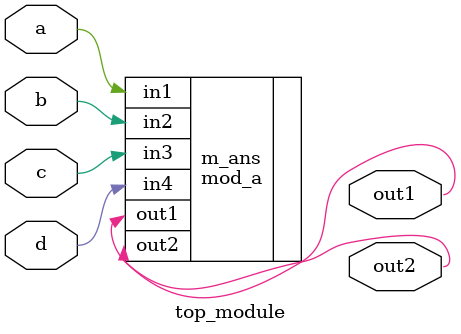
<source format=v>
module top_module ( 
    input a, 
    input b, 
    input c,
    input d,
    output out1,
    output out2
);
    mod_a m_ans(.out1(out1), .out2(out2), .in1(a), .in2(b), .in3(c), .in4(d));
endmodule

</source>
